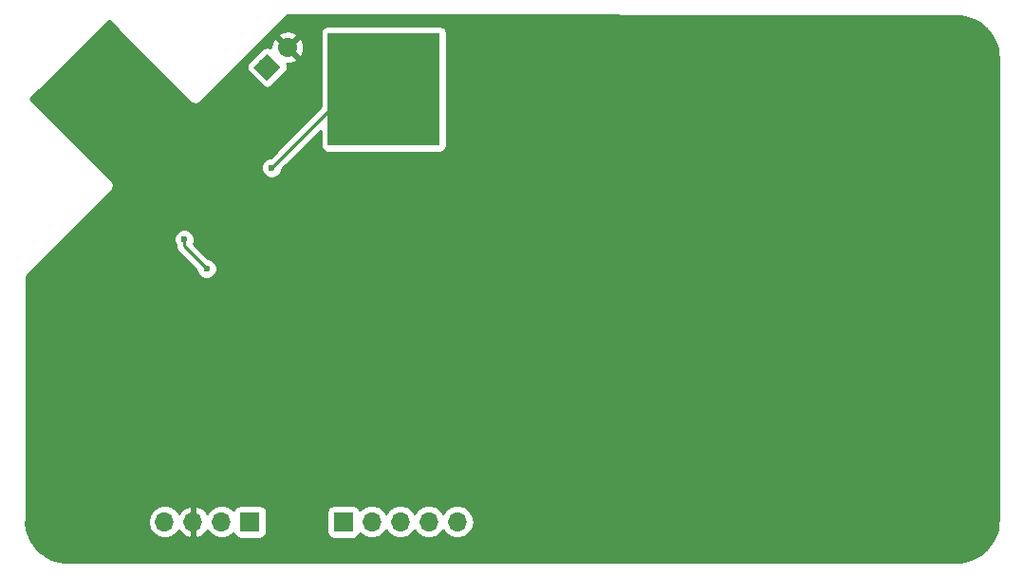
<source format=gbr>
G04 #@! TF.GenerationSoftware,KiCad,Pcbnew,5.0.1*
G04 #@! TF.CreationDate,2019-03-19T15:40:23-05:00*
G04 #@! TF.ProjectId,Card,436172642E6B696361645F7063620000,rev?*
G04 #@! TF.SameCoordinates,Original*
G04 #@! TF.FileFunction,Copper,L2,Bot,Signal*
G04 #@! TF.FilePolarity,Positive*
%FSLAX46Y46*%
G04 Gerber Fmt 4.6, Leading zero omitted, Abs format (unit mm)*
G04 Created by KiCad (PCBNEW 5.0.1) date Tue 19 Mar 2019 03:40:23 PM CDT*
%MOMM*%
%LPD*%
G01*
G04 APERTURE LIST*
G04 #@! TA.AperFunction,ComponentPad*
%ADD10R,1.700000X1.700000*%
G04 #@! TD*
G04 #@! TA.AperFunction,ComponentPad*
%ADD11O,1.700000X1.700000*%
G04 #@! TD*
G04 #@! TA.AperFunction,SMDPad,CuDef*
%ADD12R,10.000000X10.000000*%
G04 #@! TD*
G04 #@! TA.AperFunction,ComponentPad*
%ADD13C,1.700000*%
G04 #@! TD*
G04 #@! TA.AperFunction,Conductor*
%ADD14C,0.100000*%
G04 #@! TD*
G04 #@! TA.AperFunction,Conductor*
%ADD15C,1.700000*%
G04 #@! TD*
G04 #@! TA.AperFunction,ViaPad*
%ADD16C,0.600000*%
G04 #@! TD*
G04 #@! TA.AperFunction,Conductor*
%ADD17C,0.250000*%
G04 #@! TD*
G04 #@! TA.AperFunction,Conductor*
%ADD18C,0.254000*%
G04 #@! TD*
G04 APERTURE END LIST*
D10*
G04 #@! TO.P,J2,1*
G04 #@! TO.N,RST*
X113480000Y-155800000D03*
D11*
G04 #@! TO.P,J2,2*
G04 #@! TO.N,VSS*
X110940000Y-155800000D03*
G04 #@! TO.P,J2,3*
G04 #@! TO.N,+3V3*
X108400000Y-155800000D03*
G04 #@! TO.P,J2,4*
G04 #@! TO.N,VCC*
X105860000Y-155800000D03*
G04 #@! TD*
D10*
G04 #@! TO.P,J3,1*
G04 #@! TO.N,P3.2*
X121800000Y-155800000D03*
D11*
G04 #@! TO.P,J3,2*
G04 #@! TO.N,P1.4*
X124340000Y-155800000D03*
G04 #@! TO.P,J3,3*
G04 #@! TO.N,P1.5*
X126880000Y-155800000D03*
G04 #@! TO.P,J3,4*
G04 #@! TO.N,P1.6*
X129420000Y-155800000D03*
G04 #@! TO.P,J3,5*
G04 #@! TO.N,P1.7*
X131960000Y-155800000D03*
G04 #@! TD*
D12*
G04 #@! TO.P,J5,1*
G04 #@! TO.N,Cap_button2*
X125400000Y-117200000D03*
G04 #@! TD*
D13*
G04 #@! TO.P,J6,1*
G04 #@! TO.N,D+*
X115000000Y-115250000D03*
D14*
G04 #@! TD*
G04 #@! TO.N,D+*
G04 #@! TO.C,J6*
G36*
X116202082Y-115250000D02*
X115000000Y-116452082D01*
X113797918Y-115250000D01*
X115000000Y-114047918D01*
X116202082Y-115250000D01*
X116202082Y-115250000D01*
G37*
D13*
G04 #@! TO.P,J6,2*
G04 #@! TO.N,+3V3*
X116796051Y-113453949D03*
D15*
G04 #@! TD*
G04 #@! TO.N,+3V3*
G04 #@! TO.C,J6*
X116796051Y-113453949D02*
X116796051Y-113453949D01*
D16*
G04 #@! TO.N,VSS*
X107600000Y-130600000D03*
X109600000Y-133200000D03*
G04 #@! TO.N,Cap_button2*
X115400000Y-124200000D03*
G04 #@! TD*
D17*
G04 #@! TO.N,VSS*
X107600000Y-131200000D02*
X109600000Y-133200000D01*
X107600000Y-130600000D02*
X107600000Y-131200000D01*
G04 #@! TO.N,Cap_button2*
X122400000Y-117200000D02*
X125400000Y-117200000D01*
X115400000Y-124200000D02*
X122400000Y-117200000D01*
G04 #@! TD*
D18*
G04 #@! TO.N,+3V3*
G36*
X176519038Y-110685086D02*
X176605695Y-110667961D01*
X176835912Y-110679511D01*
X177209893Y-110736273D01*
X177540589Y-110820912D01*
X178026605Y-111007841D01*
X178243006Y-111111785D01*
X178552379Y-111299348D01*
X178841236Y-111515086D01*
X179107652Y-111757122D01*
X179349688Y-112023538D01*
X179565430Y-112312400D01*
X179752990Y-112621770D01*
X179910553Y-112949803D01*
X180036321Y-113294712D01*
X180128501Y-113654875D01*
X180185264Y-114028863D01*
X180205522Y-114432626D01*
X180205523Y-155599838D01*
X180185264Y-156003622D01*
X180128501Y-156377607D01*
X180036320Y-156737773D01*
X179910553Y-157082681D01*
X179752990Y-157410714D01*
X179565429Y-157720085D01*
X179349691Y-158008942D01*
X179107652Y-158275361D01*
X178841236Y-158517397D01*
X178607034Y-158692315D01*
X177815103Y-159114678D01*
X177570064Y-159204029D01*
X177209893Y-159296212D01*
X176835910Y-159352974D01*
X176432148Y-159373232D01*
X97234931Y-159373232D01*
X96831168Y-159352974D01*
X96457187Y-159296212D01*
X96097017Y-159204029D01*
X95752105Y-159078262D01*
X95524251Y-158968817D01*
X95338197Y-158868634D01*
X95114705Y-158733139D01*
X94825843Y-158517397D01*
X94559427Y-158275362D01*
X94317389Y-158008943D01*
X94101656Y-157720093D01*
X93914089Y-157410713D01*
X93756525Y-157082683D01*
X93630758Y-156737775D01*
X93538573Y-156377593D01*
X93481812Y-156003623D01*
X93474119Y-155850311D01*
X93484126Y-155800000D01*
X104345908Y-155800000D01*
X104461161Y-156379418D01*
X104789375Y-156870625D01*
X105280582Y-157198839D01*
X105713744Y-157285000D01*
X106006256Y-157285000D01*
X106439418Y-157198839D01*
X106930625Y-156870625D01*
X107143843Y-156551522D01*
X107204817Y-156681358D01*
X107633076Y-157071645D01*
X108043110Y-157241476D01*
X108273000Y-157120155D01*
X108273000Y-155927000D01*
X108253000Y-155927000D01*
X108253000Y-155673000D01*
X108273000Y-155673000D01*
X108273000Y-154479845D01*
X108527000Y-154479845D01*
X108527000Y-155673000D01*
X108547000Y-155673000D01*
X108547000Y-155927000D01*
X108527000Y-155927000D01*
X108527000Y-157120155D01*
X108756890Y-157241476D01*
X109166924Y-157071645D01*
X109595183Y-156681358D01*
X109656157Y-156551522D01*
X109869375Y-156870625D01*
X110360582Y-157198839D01*
X110793744Y-157285000D01*
X111086256Y-157285000D01*
X111519418Y-157198839D01*
X112010625Y-156870625D01*
X112022816Y-156852381D01*
X112031843Y-156897765D01*
X112172191Y-157107809D01*
X112382235Y-157248157D01*
X112630000Y-157297440D01*
X114330000Y-157297440D01*
X114577765Y-157248157D01*
X114787809Y-157107809D01*
X114928157Y-156897765D01*
X114977440Y-156650000D01*
X114977440Y-154950000D01*
X120302560Y-154950000D01*
X120302560Y-156650000D01*
X120351843Y-156897765D01*
X120492191Y-157107809D01*
X120702235Y-157248157D01*
X120950000Y-157297440D01*
X122650000Y-157297440D01*
X122897765Y-157248157D01*
X123107809Y-157107809D01*
X123248157Y-156897765D01*
X123257184Y-156852381D01*
X123269375Y-156870625D01*
X123760582Y-157198839D01*
X124193744Y-157285000D01*
X124486256Y-157285000D01*
X124919418Y-157198839D01*
X125410625Y-156870625D01*
X125610000Y-156572239D01*
X125809375Y-156870625D01*
X126300582Y-157198839D01*
X126733744Y-157285000D01*
X127026256Y-157285000D01*
X127459418Y-157198839D01*
X127950625Y-156870625D01*
X128150000Y-156572239D01*
X128349375Y-156870625D01*
X128840582Y-157198839D01*
X129273744Y-157285000D01*
X129566256Y-157285000D01*
X129999418Y-157198839D01*
X130490625Y-156870625D01*
X130690000Y-156572239D01*
X130889375Y-156870625D01*
X131380582Y-157198839D01*
X131813744Y-157285000D01*
X132106256Y-157285000D01*
X132539418Y-157198839D01*
X133030625Y-156870625D01*
X133358839Y-156379418D01*
X133474092Y-155800000D01*
X133358839Y-155220582D01*
X133030625Y-154729375D01*
X132539418Y-154401161D01*
X132106256Y-154315000D01*
X131813744Y-154315000D01*
X131380582Y-154401161D01*
X130889375Y-154729375D01*
X130690000Y-155027761D01*
X130490625Y-154729375D01*
X129999418Y-154401161D01*
X129566256Y-154315000D01*
X129273744Y-154315000D01*
X128840582Y-154401161D01*
X128349375Y-154729375D01*
X128150000Y-155027761D01*
X127950625Y-154729375D01*
X127459418Y-154401161D01*
X127026256Y-154315000D01*
X126733744Y-154315000D01*
X126300582Y-154401161D01*
X125809375Y-154729375D01*
X125610000Y-155027761D01*
X125410625Y-154729375D01*
X124919418Y-154401161D01*
X124486256Y-154315000D01*
X124193744Y-154315000D01*
X123760582Y-154401161D01*
X123269375Y-154729375D01*
X123257184Y-154747619D01*
X123248157Y-154702235D01*
X123107809Y-154492191D01*
X122897765Y-154351843D01*
X122650000Y-154302560D01*
X120950000Y-154302560D01*
X120702235Y-154351843D01*
X120492191Y-154492191D01*
X120351843Y-154702235D01*
X120302560Y-154950000D01*
X114977440Y-154950000D01*
X114928157Y-154702235D01*
X114787809Y-154492191D01*
X114577765Y-154351843D01*
X114330000Y-154302560D01*
X112630000Y-154302560D01*
X112382235Y-154351843D01*
X112172191Y-154492191D01*
X112031843Y-154702235D01*
X112022816Y-154747619D01*
X112010625Y-154729375D01*
X111519418Y-154401161D01*
X111086256Y-154315000D01*
X110793744Y-154315000D01*
X110360582Y-154401161D01*
X109869375Y-154729375D01*
X109656157Y-155048478D01*
X109595183Y-154918642D01*
X109166924Y-154528355D01*
X108756890Y-154358524D01*
X108527000Y-154479845D01*
X108273000Y-154479845D01*
X108043110Y-154358524D01*
X107633076Y-154528355D01*
X107204817Y-154918642D01*
X107143843Y-155048478D01*
X106930625Y-154729375D01*
X106439418Y-154401161D01*
X106006256Y-154315000D01*
X105713744Y-154315000D01*
X105280582Y-154401161D01*
X104789375Y-154729375D01*
X104461161Y-155220582D01*
X104345908Y-155800000D01*
X93484126Y-155800000D01*
X93510000Y-155669926D01*
X93510000Y-133894090D01*
X96990073Y-130414017D01*
X106665000Y-130414017D01*
X106665000Y-130785983D01*
X106807345Y-131129635D01*
X106833839Y-131156129D01*
X106825112Y-131200000D01*
X106840000Y-131274847D01*
X106840000Y-131274852D01*
X106884096Y-131496537D01*
X107052072Y-131747929D01*
X107115528Y-131790329D01*
X108665000Y-133339802D01*
X108665000Y-133385983D01*
X108807345Y-133729635D01*
X109070365Y-133992655D01*
X109414017Y-134135000D01*
X109785983Y-134135000D01*
X110129635Y-133992655D01*
X110392655Y-133729635D01*
X110535000Y-133385983D01*
X110535000Y-133014017D01*
X110392655Y-132670365D01*
X110129635Y-132407345D01*
X109785983Y-132265000D01*
X109739802Y-132265000D01*
X108454684Y-130979883D01*
X108535000Y-130785983D01*
X108535000Y-130414017D01*
X108392655Y-130070365D01*
X108129635Y-129807345D01*
X107785983Y-129665000D01*
X107414017Y-129665000D01*
X107070365Y-129807345D01*
X106807345Y-130070365D01*
X106665000Y-130414017D01*
X96990073Y-130414017D01*
X101052606Y-126351486D01*
X101111880Y-126311880D01*
X101151486Y-126252606D01*
X101151491Y-126252601D01*
X101268805Y-126077029D01*
X101323909Y-125800000D01*
X101268805Y-125522972D01*
X101111881Y-125288119D01*
X101052599Y-125248508D01*
X99818108Y-124014017D01*
X114465000Y-124014017D01*
X114465000Y-124385983D01*
X114607345Y-124729635D01*
X114870365Y-124992655D01*
X115214017Y-125135000D01*
X115585983Y-125135000D01*
X115929635Y-124992655D01*
X116192655Y-124729635D01*
X116335000Y-124385983D01*
X116335000Y-124339801D01*
X119752560Y-120922242D01*
X119752560Y-122200000D01*
X119801843Y-122447765D01*
X119942191Y-122657809D01*
X120152235Y-122798157D01*
X120400000Y-122847440D01*
X130400000Y-122847440D01*
X130647765Y-122798157D01*
X130857809Y-122657809D01*
X130998157Y-122447765D01*
X131047440Y-122200000D01*
X131047440Y-112200000D01*
X130998157Y-111952235D01*
X130857809Y-111742191D01*
X130647765Y-111601843D01*
X130400000Y-111552560D01*
X120400000Y-111552560D01*
X120152235Y-111601843D01*
X119942191Y-111742191D01*
X119801843Y-111952235D01*
X119752560Y-112200000D01*
X119752560Y-118772638D01*
X115260199Y-123265000D01*
X115214017Y-123265000D01*
X114870365Y-123407345D01*
X114607345Y-123670365D01*
X114465000Y-124014017D01*
X99818108Y-124014017D01*
X93873643Y-118069553D01*
X100867231Y-111075966D01*
X108057864Y-118266599D01*
X108088120Y-118311880D01*
X108133401Y-118342136D01*
X108143334Y-118352069D01*
X108312726Y-118465253D01*
X108319748Y-118466650D01*
X108322972Y-118468804D01*
X108600000Y-118523909D01*
X108877028Y-118468804D01*
X109052600Y-118351490D01*
X112154090Y-115250000D01*
X113150478Y-115250000D01*
X113199761Y-115497765D01*
X113340109Y-115707809D01*
X114542191Y-116909891D01*
X114752235Y-117050239D01*
X115000000Y-117099522D01*
X115247765Y-117050239D01*
X115457809Y-116909891D01*
X116659891Y-115707809D01*
X116800239Y-115497765D01*
X116849522Y-115250000D01*
X116800239Y-115002235D01*
X116741626Y-114914516D01*
X117152943Y-114895435D01*
X117562969Y-114725586D01*
X117639739Y-114477242D01*
X116796051Y-113633554D01*
X116781909Y-113647697D01*
X116602304Y-113468092D01*
X116616446Y-113453949D01*
X116975656Y-113453949D01*
X117819344Y-114297637D01*
X118067688Y-114220867D01*
X118237537Y-113810841D01*
X118264387Y-113232041D01*
X118067696Y-112687025D01*
X117819814Y-112609791D01*
X116975656Y-113453949D01*
X116616446Y-113453949D01*
X115772758Y-112610261D01*
X115524414Y-112687031D01*
X115354565Y-113097057D01*
X115335484Y-113508374D01*
X115247765Y-113449761D01*
X115000000Y-113400478D01*
X114752235Y-113449761D01*
X114542191Y-113590109D01*
X113340109Y-114792191D01*
X113199761Y-115002235D01*
X113150478Y-115250000D01*
X112154090Y-115250000D01*
X114973435Y-112430656D01*
X115952363Y-112430656D01*
X116796051Y-113274344D01*
X117640209Y-112430186D01*
X117562975Y-112182304D01*
X117017959Y-111985613D01*
X116439159Y-112012463D01*
X116029133Y-112182312D01*
X115952363Y-112430656D01*
X114973435Y-112430656D01*
X116793693Y-110610399D01*
X176519038Y-110685086D01*
X176519038Y-110685086D01*
G37*
X176519038Y-110685086D02*
X176605695Y-110667961D01*
X176835912Y-110679511D01*
X177209893Y-110736273D01*
X177540589Y-110820912D01*
X178026605Y-111007841D01*
X178243006Y-111111785D01*
X178552379Y-111299348D01*
X178841236Y-111515086D01*
X179107652Y-111757122D01*
X179349688Y-112023538D01*
X179565430Y-112312400D01*
X179752990Y-112621770D01*
X179910553Y-112949803D01*
X180036321Y-113294712D01*
X180128501Y-113654875D01*
X180185264Y-114028863D01*
X180205522Y-114432626D01*
X180205523Y-155599838D01*
X180185264Y-156003622D01*
X180128501Y-156377607D01*
X180036320Y-156737773D01*
X179910553Y-157082681D01*
X179752990Y-157410714D01*
X179565429Y-157720085D01*
X179349691Y-158008942D01*
X179107652Y-158275361D01*
X178841236Y-158517397D01*
X178607034Y-158692315D01*
X177815103Y-159114678D01*
X177570064Y-159204029D01*
X177209893Y-159296212D01*
X176835910Y-159352974D01*
X176432148Y-159373232D01*
X97234931Y-159373232D01*
X96831168Y-159352974D01*
X96457187Y-159296212D01*
X96097017Y-159204029D01*
X95752105Y-159078262D01*
X95524251Y-158968817D01*
X95338197Y-158868634D01*
X95114705Y-158733139D01*
X94825843Y-158517397D01*
X94559427Y-158275362D01*
X94317389Y-158008943D01*
X94101656Y-157720093D01*
X93914089Y-157410713D01*
X93756525Y-157082683D01*
X93630758Y-156737775D01*
X93538573Y-156377593D01*
X93481812Y-156003623D01*
X93474119Y-155850311D01*
X93484126Y-155800000D01*
X104345908Y-155800000D01*
X104461161Y-156379418D01*
X104789375Y-156870625D01*
X105280582Y-157198839D01*
X105713744Y-157285000D01*
X106006256Y-157285000D01*
X106439418Y-157198839D01*
X106930625Y-156870625D01*
X107143843Y-156551522D01*
X107204817Y-156681358D01*
X107633076Y-157071645D01*
X108043110Y-157241476D01*
X108273000Y-157120155D01*
X108273000Y-155927000D01*
X108253000Y-155927000D01*
X108253000Y-155673000D01*
X108273000Y-155673000D01*
X108273000Y-154479845D01*
X108527000Y-154479845D01*
X108527000Y-155673000D01*
X108547000Y-155673000D01*
X108547000Y-155927000D01*
X108527000Y-155927000D01*
X108527000Y-157120155D01*
X108756890Y-157241476D01*
X109166924Y-157071645D01*
X109595183Y-156681358D01*
X109656157Y-156551522D01*
X109869375Y-156870625D01*
X110360582Y-157198839D01*
X110793744Y-157285000D01*
X111086256Y-157285000D01*
X111519418Y-157198839D01*
X112010625Y-156870625D01*
X112022816Y-156852381D01*
X112031843Y-156897765D01*
X112172191Y-157107809D01*
X112382235Y-157248157D01*
X112630000Y-157297440D01*
X114330000Y-157297440D01*
X114577765Y-157248157D01*
X114787809Y-157107809D01*
X114928157Y-156897765D01*
X114977440Y-156650000D01*
X114977440Y-154950000D01*
X120302560Y-154950000D01*
X120302560Y-156650000D01*
X120351843Y-156897765D01*
X120492191Y-157107809D01*
X120702235Y-157248157D01*
X120950000Y-157297440D01*
X122650000Y-157297440D01*
X122897765Y-157248157D01*
X123107809Y-157107809D01*
X123248157Y-156897765D01*
X123257184Y-156852381D01*
X123269375Y-156870625D01*
X123760582Y-157198839D01*
X124193744Y-157285000D01*
X124486256Y-157285000D01*
X124919418Y-157198839D01*
X125410625Y-156870625D01*
X125610000Y-156572239D01*
X125809375Y-156870625D01*
X126300582Y-157198839D01*
X126733744Y-157285000D01*
X127026256Y-157285000D01*
X127459418Y-157198839D01*
X127950625Y-156870625D01*
X128150000Y-156572239D01*
X128349375Y-156870625D01*
X128840582Y-157198839D01*
X129273744Y-157285000D01*
X129566256Y-157285000D01*
X129999418Y-157198839D01*
X130490625Y-156870625D01*
X130690000Y-156572239D01*
X130889375Y-156870625D01*
X131380582Y-157198839D01*
X131813744Y-157285000D01*
X132106256Y-157285000D01*
X132539418Y-157198839D01*
X133030625Y-156870625D01*
X133358839Y-156379418D01*
X133474092Y-155800000D01*
X133358839Y-155220582D01*
X133030625Y-154729375D01*
X132539418Y-154401161D01*
X132106256Y-154315000D01*
X131813744Y-154315000D01*
X131380582Y-154401161D01*
X130889375Y-154729375D01*
X130690000Y-155027761D01*
X130490625Y-154729375D01*
X129999418Y-154401161D01*
X129566256Y-154315000D01*
X129273744Y-154315000D01*
X128840582Y-154401161D01*
X128349375Y-154729375D01*
X128150000Y-155027761D01*
X127950625Y-154729375D01*
X127459418Y-154401161D01*
X127026256Y-154315000D01*
X126733744Y-154315000D01*
X126300582Y-154401161D01*
X125809375Y-154729375D01*
X125610000Y-155027761D01*
X125410625Y-154729375D01*
X124919418Y-154401161D01*
X124486256Y-154315000D01*
X124193744Y-154315000D01*
X123760582Y-154401161D01*
X123269375Y-154729375D01*
X123257184Y-154747619D01*
X123248157Y-154702235D01*
X123107809Y-154492191D01*
X122897765Y-154351843D01*
X122650000Y-154302560D01*
X120950000Y-154302560D01*
X120702235Y-154351843D01*
X120492191Y-154492191D01*
X120351843Y-154702235D01*
X120302560Y-154950000D01*
X114977440Y-154950000D01*
X114928157Y-154702235D01*
X114787809Y-154492191D01*
X114577765Y-154351843D01*
X114330000Y-154302560D01*
X112630000Y-154302560D01*
X112382235Y-154351843D01*
X112172191Y-154492191D01*
X112031843Y-154702235D01*
X112022816Y-154747619D01*
X112010625Y-154729375D01*
X111519418Y-154401161D01*
X111086256Y-154315000D01*
X110793744Y-154315000D01*
X110360582Y-154401161D01*
X109869375Y-154729375D01*
X109656157Y-155048478D01*
X109595183Y-154918642D01*
X109166924Y-154528355D01*
X108756890Y-154358524D01*
X108527000Y-154479845D01*
X108273000Y-154479845D01*
X108043110Y-154358524D01*
X107633076Y-154528355D01*
X107204817Y-154918642D01*
X107143843Y-155048478D01*
X106930625Y-154729375D01*
X106439418Y-154401161D01*
X106006256Y-154315000D01*
X105713744Y-154315000D01*
X105280582Y-154401161D01*
X104789375Y-154729375D01*
X104461161Y-155220582D01*
X104345908Y-155800000D01*
X93484126Y-155800000D01*
X93510000Y-155669926D01*
X93510000Y-133894090D01*
X96990073Y-130414017D01*
X106665000Y-130414017D01*
X106665000Y-130785983D01*
X106807345Y-131129635D01*
X106833839Y-131156129D01*
X106825112Y-131200000D01*
X106840000Y-131274847D01*
X106840000Y-131274852D01*
X106884096Y-131496537D01*
X107052072Y-131747929D01*
X107115528Y-131790329D01*
X108665000Y-133339802D01*
X108665000Y-133385983D01*
X108807345Y-133729635D01*
X109070365Y-133992655D01*
X109414017Y-134135000D01*
X109785983Y-134135000D01*
X110129635Y-133992655D01*
X110392655Y-133729635D01*
X110535000Y-133385983D01*
X110535000Y-133014017D01*
X110392655Y-132670365D01*
X110129635Y-132407345D01*
X109785983Y-132265000D01*
X109739802Y-132265000D01*
X108454684Y-130979883D01*
X108535000Y-130785983D01*
X108535000Y-130414017D01*
X108392655Y-130070365D01*
X108129635Y-129807345D01*
X107785983Y-129665000D01*
X107414017Y-129665000D01*
X107070365Y-129807345D01*
X106807345Y-130070365D01*
X106665000Y-130414017D01*
X96990073Y-130414017D01*
X101052606Y-126351486D01*
X101111880Y-126311880D01*
X101151486Y-126252606D01*
X101151491Y-126252601D01*
X101268805Y-126077029D01*
X101323909Y-125800000D01*
X101268805Y-125522972D01*
X101111881Y-125288119D01*
X101052599Y-125248508D01*
X99818108Y-124014017D01*
X114465000Y-124014017D01*
X114465000Y-124385983D01*
X114607345Y-124729635D01*
X114870365Y-124992655D01*
X115214017Y-125135000D01*
X115585983Y-125135000D01*
X115929635Y-124992655D01*
X116192655Y-124729635D01*
X116335000Y-124385983D01*
X116335000Y-124339801D01*
X119752560Y-120922242D01*
X119752560Y-122200000D01*
X119801843Y-122447765D01*
X119942191Y-122657809D01*
X120152235Y-122798157D01*
X120400000Y-122847440D01*
X130400000Y-122847440D01*
X130647765Y-122798157D01*
X130857809Y-122657809D01*
X130998157Y-122447765D01*
X131047440Y-122200000D01*
X131047440Y-112200000D01*
X130998157Y-111952235D01*
X130857809Y-111742191D01*
X130647765Y-111601843D01*
X130400000Y-111552560D01*
X120400000Y-111552560D01*
X120152235Y-111601843D01*
X119942191Y-111742191D01*
X119801843Y-111952235D01*
X119752560Y-112200000D01*
X119752560Y-118772638D01*
X115260199Y-123265000D01*
X115214017Y-123265000D01*
X114870365Y-123407345D01*
X114607345Y-123670365D01*
X114465000Y-124014017D01*
X99818108Y-124014017D01*
X93873643Y-118069553D01*
X100867231Y-111075966D01*
X108057864Y-118266599D01*
X108088120Y-118311880D01*
X108133401Y-118342136D01*
X108143334Y-118352069D01*
X108312726Y-118465253D01*
X108319748Y-118466650D01*
X108322972Y-118468804D01*
X108600000Y-118523909D01*
X108877028Y-118468804D01*
X109052600Y-118351490D01*
X112154090Y-115250000D01*
X113150478Y-115250000D01*
X113199761Y-115497765D01*
X113340109Y-115707809D01*
X114542191Y-116909891D01*
X114752235Y-117050239D01*
X115000000Y-117099522D01*
X115247765Y-117050239D01*
X115457809Y-116909891D01*
X116659891Y-115707809D01*
X116800239Y-115497765D01*
X116849522Y-115250000D01*
X116800239Y-115002235D01*
X116741626Y-114914516D01*
X117152943Y-114895435D01*
X117562969Y-114725586D01*
X117639739Y-114477242D01*
X116796051Y-113633554D01*
X116781909Y-113647697D01*
X116602304Y-113468092D01*
X116616446Y-113453949D01*
X116975656Y-113453949D01*
X117819344Y-114297637D01*
X118067688Y-114220867D01*
X118237537Y-113810841D01*
X118264387Y-113232041D01*
X118067696Y-112687025D01*
X117819814Y-112609791D01*
X116975656Y-113453949D01*
X116616446Y-113453949D01*
X115772758Y-112610261D01*
X115524414Y-112687031D01*
X115354565Y-113097057D01*
X115335484Y-113508374D01*
X115247765Y-113449761D01*
X115000000Y-113400478D01*
X114752235Y-113449761D01*
X114542191Y-113590109D01*
X113340109Y-114792191D01*
X113199761Y-115002235D01*
X113150478Y-115250000D01*
X112154090Y-115250000D01*
X114973435Y-112430656D01*
X115952363Y-112430656D01*
X116796051Y-113274344D01*
X117640209Y-112430186D01*
X117562975Y-112182304D01*
X117017959Y-111985613D01*
X116439159Y-112012463D01*
X116029133Y-112182312D01*
X115952363Y-112430656D01*
X114973435Y-112430656D01*
X116793693Y-110610399D01*
X176519038Y-110685086D01*
G04 #@! TD*
M02*

</source>
